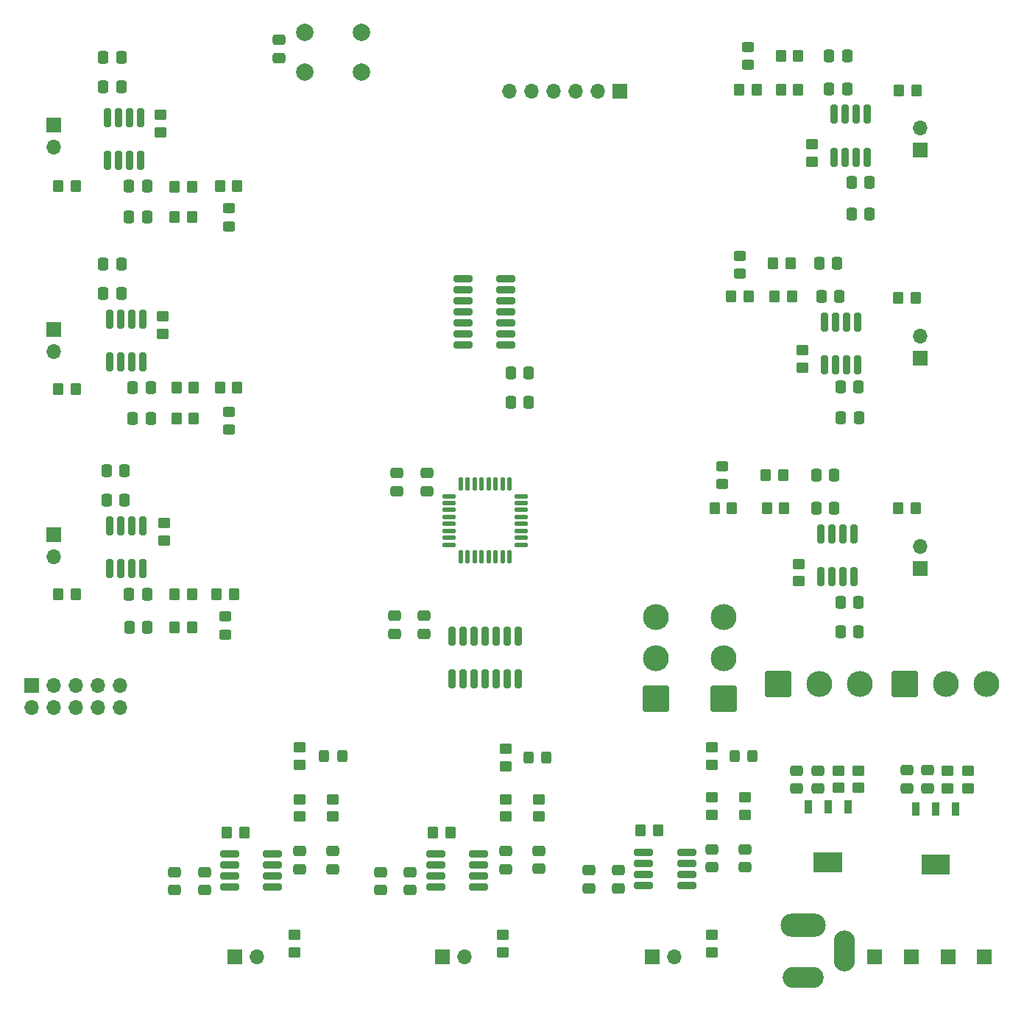
<source format=gbr>
%TF.GenerationSoftware,KiCad,Pcbnew,(6.0.11-0)*%
%TF.CreationDate,2023-11-18T02:56:02-06:00*%
%TF.ProjectId,ECE395_Digital_Target,45434533-3935-45f4-9469-676974616c5f,rev?*%
%TF.SameCoordinates,Original*%
%TF.FileFunction,Soldermask,Top*%
%TF.FilePolarity,Negative*%
%FSLAX46Y46*%
G04 Gerber Fmt 4.6, Leading zero omitted, Abs format (unit mm)*
G04 Created by KiCad (PCBNEW (6.0.11-0)) date 2023-11-18 02:56:02*
%MOMM*%
%LPD*%
G01*
G04 APERTURE LIST*
G04 Aperture macros list*
%AMRoundRect*
0 Rectangle with rounded corners*
0 $1 Rounding radius*
0 $2 $3 $4 $5 $6 $7 $8 $9 X,Y pos of 4 corners*
0 Add a 4 corners polygon primitive as box body*
4,1,4,$2,$3,$4,$5,$6,$7,$8,$9,$2,$3,0*
0 Add four circle primitives for the rounded corners*
1,1,$1+$1,$2,$3*
1,1,$1+$1,$4,$5*
1,1,$1+$1,$6,$7*
1,1,$1+$1,$8,$9*
0 Add four rect primitives between the rounded corners*
20,1,$1+$1,$2,$3,$4,$5,0*
20,1,$1+$1,$4,$5,$6,$7,0*
20,1,$1+$1,$6,$7,$8,$9,0*
20,1,$1+$1,$8,$9,$2,$3,0*%
G04 Aperture macros list end*
%ADD10R,1.700000X1.700000*%
%ADD11O,1.700000X1.700000*%
%ADD12RoundRect,0.250000X0.337500X0.475000X-0.337500X0.475000X-0.337500X-0.475000X0.337500X-0.475000X0*%
%ADD13RoundRect,0.250000X0.475000X-0.337500X0.475000X0.337500X-0.475000X0.337500X-0.475000X-0.337500X0*%
%ADD14RoundRect,0.250000X-0.450000X0.325000X-0.450000X-0.325000X0.450000X-0.325000X0.450000X0.325000X0*%
%ADD15RoundRect,0.250000X-0.337500X-0.475000X0.337500X-0.475000X0.337500X0.475000X-0.337500X0.475000X0*%
%ADD16RoundRect,0.144000X0.943000X0.258000X-0.943000X0.258000X-0.943000X-0.258000X0.943000X-0.258000X0*%
%ADD17RoundRect,0.144000X-0.258000X0.943000X-0.258000X-0.943000X0.258000X-0.943000X0.258000X0.943000X0*%
%ADD18RoundRect,0.102000X1.387500X-1.387500X1.387500X1.387500X-1.387500X1.387500X-1.387500X-1.387500X0*%
%ADD19C,2.979000*%
%ADD20RoundRect,0.250000X-0.350000X-0.450000X0.350000X-0.450000X0.350000X0.450000X-0.350000X0.450000X0*%
%ADD21O,5.204000X2.704000*%
%ADD22O,4.704000X2.454000*%
%ADD23O,2.454000X4.704000*%
%ADD24RoundRect,0.192000X-0.895000X-0.210000X0.895000X-0.210000X0.895000X0.210000X-0.895000X0.210000X0*%
%ADD25RoundRect,0.250000X0.450000X-0.350000X0.450000X0.350000X-0.450000X0.350000X-0.450000X-0.350000X0*%
%ADD26RoundRect,0.250000X0.350000X0.450000X-0.350000X0.450000X-0.350000X-0.450000X0.350000X-0.450000X0*%
%ADD27RoundRect,0.250000X-0.450000X0.350000X-0.450000X-0.350000X0.450000X-0.350000X0.450000X0.350000X0*%
%ADD28RoundRect,0.102000X1.387500X1.387500X-1.387500X1.387500X-1.387500X-1.387500X1.387500X-1.387500X0*%
%ADD29R,0.914400X1.600200*%
%ADD30RoundRect,0.192000X0.210000X-0.895000X0.210000X0.895000X-0.210000X0.895000X-0.210000X-0.895000X0*%
%ADD31RoundRect,0.250000X0.325000X0.450000X-0.325000X0.450000X-0.325000X-0.450000X0.325000X-0.450000X0*%
%ADD32RoundRect,0.125000X0.625000X0.125000X-0.625000X0.125000X-0.625000X-0.125000X0.625000X-0.125000X0*%
%ADD33RoundRect,0.125000X0.125000X0.625000X-0.125000X0.625000X-0.125000X-0.625000X0.125000X-0.625000X0*%
%ADD34RoundRect,0.250000X-0.475000X0.337500X-0.475000X-0.337500X0.475000X-0.337500X0.475000X0.337500X0*%
%ADD35RoundRect,0.250000X0.450000X-0.325000X0.450000X0.325000X-0.450000X0.325000X-0.450000X-0.325000X0*%
%ADD36C,2.000000*%
%ADD37RoundRect,0.144000X0.258000X-0.943000X0.258000X0.943000X-0.258000X0.943000X-0.258000X-0.943000X0*%
G04 APERTURE END LIST*
%TO.C,CR2*%
G36*
X161854100Y-131543400D02*
G01*
X158602900Y-131543400D01*
X158602900Y-129232000D01*
X161854100Y-129232000D01*
X161854100Y-131543400D01*
G37*
%TO.C,CR1*%
G36*
X149454100Y-131343400D02*
G01*
X146202900Y-131343400D01*
X146202900Y-129032000D01*
X149454100Y-129032000D01*
X149454100Y-131343400D01*
G37*
%TD*%
D10*
%TO.C,J5*%
X158400000Y-72100000D03*
D11*
X158400000Y-69560000D03*
%TD*%
D12*
%TO.C,C206*%
X151337500Y-103600000D03*
X149262500Y-103600000D03*
%TD*%
D13*
%TO.C,10uF4*%
X159250000Y-121637500D03*
X159250000Y-119562500D03*
%TD*%
D10*
%TO.C,S2*%
X123925000Y-41400000D03*
D11*
X121385000Y-41400000D03*
X118845000Y-41400000D03*
X116305000Y-41400000D03*
X113765000Y-41400000D03*
X111225000Y-41400000D03*
%TD*%
D14*
%TO.C,D6*%
X135700000Y-84575000D03*
X135700000Y-86625000D03*
%TD*%
D15*
%TO.C,C234*%
X147962500Y-41100000D03*
X150037500Y-41100000D03*
%TD*%
D12*
%TO.C,C232*%
X69937500Y-75500000D03*
X67862500Y-75500000D03*
%TD*%
D16*
%TO.C,OP9*%
X131570000Y-132805000D03*
X131570000Y-131535000D03*
X131570000Y-130265000D03*
X131570000Y-128995000D03*
X126630000Y-128995000D03*
X126630000Y-130265000D03*
X126630000Y-131535000D03*
X126630000Y-132805000D03*
%TD*%
D17*
%TO.C,OP4*%
X152305000Y-44030000D03*
X151035000Y-44030000D03*
X149765000Y-44030000D03*
X148495000Y-44030000D03*
X148495000Y-48970000D03*
X149765000Y-48970000D03*
X151035000Y-48970000D03*
X152305000Y-48970000D03*
%TD*%
D18*
%TO.C,S63*%
X156700000Y-109600000D03*
D19*
X161400000Y-109600000D03*
X166100000Y-109600000D03*
%TD*%
D17*
%TO.C,OP6*%
X150805000Y-92330000D03*
X149535000Y-92330000D03*
X148265000Y-92330000D03*
X146995000Y-92330000D03*
X146995000Y-97270000D03*
X148265000Y-97270000D03*
X149535000Y-97270000D03*
X150805000Y-97270000D03*
%TD*%
D15*
%TO.C,C212*%
X64462500Y-64700000D03*
X66537500Y-64700000D03*
%TD*%
D13*
%TO.C,10uF1*%
X144200000Y-121687500D03*
X144200000Y-119612500D03*
%TD*%
D15*
%TO.C,C235*%
X147062500Y-65000000D03*
X149137500Y-65000000D03*
%TD*%
D20*
%TO.C,R4*%
X137600000Y-41200000D03*
X139600000Y-41200000D03*
%TD*%
D21*
%TO.C,J0*%
X145000000Y-137387500D03*
D22*
X145000000Y-143387500D03*
D23*
X149700000Y-140387500D03*
%TD*%
D13*
%TO.C,C218*%
X99800000Y-133375000D03*
X99800000Y-131300000D03*
%TD*%
D24*
%TO.C,NOT1*%
X105825000Y-62990000D03*
X105825000Y-64260000D03*
X105825000Y-65530000D03*
X105825000Y-66800000D03*
X105825000Y-68070000D03*
X105825000Y-69340000D03*
X105825000Y-70610000D03*
X110775000Y-70610000D03*
X110775000Y-69340000D03*
X110775000Y-68070000D03*
X110775000Y-66800000D03*
X110775000Y-65530000D03*
X110775000Y-64260000D03*
X110775000Y-62990000D03*
%TD*%
D12*
%TO.C,C205*%
X151375000Y-79000000D03*
X149300000Y-79000000D03*
%TD*%
D25*
%TO.C,R22*%
X71300000Y-69300000D03*
X71300000Y-67300000D03*
%TD*%
D26*
%TO.C,R35*%
X157900000Y-65200000D03*
X155900000Y-65200000D03*
%TD*%
%TO.C,R29*%
X128300000Y-126500000D03*
X126300000Y-126500000D03*
%TD*%
D20*
%TO.C,R11*%
X72700000Y-52380000D03*
X74700000Y-52380000D03*
%TD*%
D12*
%TO.C,C215*%
X151337500Y-75400000D03*
X149262500Y-75400000D03*
%TD*%
%TO.C,C204*%
X152637500Y-55500000D03*
X150562500Y-55500000D03*
%TD*%
D20*
%TO.C,R33*%
X59300000Y-99300000D03*
X61300000Y-99300000D03*
%TD*%
D13*
%TO.C,C241*%
X98000000Y-103837500D03*
X98000000Y-101762500D03*
%TD*%
D25*
%TO.C,R21*%
X71100000Y-46100000D03*
X71100000Y-44100000D03*
%TD*%
D27*
%TO.C,R24*%
X146000000Y-47500000D03*
X146000000Y-49500000D03*
%TD*%
D20*
%TO.C,R5*%
X136700000Y-65000000D03*
X138700000Y-65000000D03*
%TD*%
D27*
%TO.C,R25*%
X144900000Y-71200000D03*
X144900000Y-73200000D03*
%TD*%
D15*
%TO.C,C203*%
X64862500Y-85100000D03*
X66937500Y-85100000D03*
%TD*%
D20*
%TO.C,R13*%
X72700000Y-99300000D03*
X74700000Y-99300000D03*
%TD*%
D16*
%TO.C,OP8*%
X107670000Y-133005000D03*
X107670000Y-131735000D03*
X107670000Y-130465000D03*
X107670000Y-129195000D03*
X102730000Y-129195000D03*
X102730000Y-130465000D03*
X102730000Y-131735000D03*
X102730000Y-133005000D03*
%TD*%
D15*
%TO.C,C225*%
X146825000Y-61200000D03*
X148900000Y-61200000D03*
%TD*%
D12*
%TO.C,C214*%
X152637500Y-51900000D03*
X150562500Y-51900000D03*
%TD*%
%TO.C,C233*%
X69537500Y-99300000D03*
X67462500Y-99300000D03*
%TD*%
D25*
%TO.C,R101*%
X161600000Y-121650000D03*
X161600000Y-119650000D03*
%TD*%
D13*
%TO.C,C217*%
X76100000Y-131262500D03*
X76100000Y-133337500D03*
%TD*%
%TO.C,C208*%
X96400000Y-133337500D03*
X96400000Y-131262500D03*
%TD*%
D15*
%TO.C,C211*%
X64462500Y-40900000D03*
X66537500Y-40900000D03*
%TD*%
D25*
%TO.C,R9*%
X134500000Y-118900000D03*
X134500000Y-116900000D03*
%TD*%
D15*
%TO.C,C224*%
X147962500Y-37300000D03*
X150037500Y-37300000D03*
%TD*%
D25*
%TO.C,R49*%
X138300000Y-124700000D03*
X138300000Y-122700000D03*
%TD*%
D15*
%TO.C,C202*%
X64462500Y-61300000D03*
X66537500Y-61300000D03*
%TD*%
D10*
%TO.C,J1*%
X58800000Y-45300000D03*
D11*
X58800000Y-47840000D03*
%TD*%
D10*
%TO.C,J7*%
X79600000Y-141000000D03*
D11*
X82140000Y-141000000D03*
%TD*%
D28*
%TO.C,S550*%
X135852500Y-111350000D03*
D19*
X135852500Y-106650000D03*
X135852500Y-101950000D03*
%TD*%
D15*
%TO.C,C236*%
X146462500Y-89400000D03*
X148537500Y-89400000D03*
%TD*%
D29*
%TO.C,CR2*%
X162528500Y-123986900D03*
X160228500Y-123986900D03*
X157928500Y-123986900D03*
%TD*%
D13*
%TO.C,C207*%
X72700000Y-131262500D03*
X72700000Y-133337500D03*
%TD*%
D20*
%TO.C,R42*%
X72900000Y-79100000D03*
X74900000Y-79100000D03*
%TD*%
D25*
%TO.C,R18*%
X110800000Y-124900000D03*
X110800000Y-122900000D03*
%TD*%
D10*
%TO.C,J4*%
X158400000Y-48200000D03*
D11*
X158400000Y-45660000D03*
%TD*%
D13*
%TO.C,C300*%
X84700000Y-37537500D03*
X84700000Y-35462500D03*
%TD*%
D26*
%TO.C,R27*%
X80700000Y-126700000D03*
X78700000Y-126700000D03*
%TD*%
D14*
%TO.C,D5*%
X137700000Y-60375000D03*
X137700000Y-62425000D03*
%TD*%
D12*
%TO.C,C223*%
X69575000Y-103100000D03*
X67500000Y-103100000D03*
%TD*%
D30*
%TO.C,NOT2*%
X104590000Y-109075000D03*
X105860000Y-109075000D03*
X107130000Y-109075000D03*
X108400000Y-109075000D03*
X109670000Y-109075000D03*
X110940000Y-109075000D03*
X112210000Y-109075000D03*
X112210000Y-104125000D03*
X110940000Y-104125000D03*
X109670000Y-104125000D03*
X108400000Y-104125000D03*
X107130000Y-104125000D03*
X105860000Y-104125000D03*
X104590000Y-104125000D03*
%TD*%
D12*
%TO.C,C216*%
X151337500Y-100200000D03*
X149262500Y-100200000D03*
%TD*%
D20*
%TO.C,R6*%
X134800000Y-89400000D03*
X136800000Y-89400000D03*
%TD*%
D15*
%TO.C,C213*%
X64862500Y-88500000D03*
X66937500Y-88500000D03*
%TD*%
%TO.C,C226*%
X146462500Y-85600000D03*
X148537500Y-85600000D03*
%TD*%
D12*
%TO.C,C221*%
X69537500Y-55900000D03*
X67462500Y-55900000D03*
%TD*%
D26*
%TO.C,R46*%
X142700000Y-85600000D03*
X140700000Y-85600000D03*
%TD*%
D10*
%TO.C,S1*%
X56260000Y-109800000D03*
D11*
X56260000Y-112340000D03*
X58800000Y-109800000D03*
X58800000Y-112340000D03*
X61340000Y-109800000D03*
X61340000Y-112340000D03*
X63880000Y-109800000D03*
X63880000Y-112340000D03*
X66420000Y-109800000D03*
X66420000Y-112340000D03*
%TD*%
D18*
%TO.C,S65*%
X142100000Y-109600000D03*
D19*
X146800000Y-109600000D03*
X151500000Y-109600000D03*
%TD*%
D25*
%TO.C,R7*%
X87100000Y-118900000D03*
X87100000Y-116900000D03*
%TD*%
D14*
%TO.C,D4*%
X138600000Y-36275000D03*
X138600000Y-38325000D03*
%TD*%
D10*
%TO.C,J9*%
X127600000Y-141000000D03*
D11*
X130140000Y-141000000D03*
%TD*%
D16*
%TO.C,OP7*%
X83970000Y-133005000D03*
X83970000Y-131735000D03*
X83970000Y-130465000D03*
X83970000Y-129195000D03*
X79030000Y-129195000D03*
X79030000Y-130465000D03*
X79030000Y-131735000D03*
X79030000Y-133005000D03*
%TD*%
D20*
%TO.C,R43*%
X72700000Y-103100000D03*
X74700000Y-103100000D03*
%TD*%
%TO.C,R14*%
X142400000Y-41200000D03*
X144400000Y-41200000D03*
%TD*%
D31*
%TO.C,D7*%
X91950000Y-117900000D03*
X89900000Y-117900000D03*
%TD*%
D20*
%TO.C,R31*%
X59300000Y-52300000D03*
X61300000Y-52300000D03*
%TD*%
D25*
%TO.C,R48*%
X114600000Y-124900000D03*
X114600000Y-122900000D03*
%TD*%
D32*
%TO.C,U1*%
X112575000Y-93600000D03*
X112575000Y-92800000D03*
X112575000Y-92000000D03*
X112575000Y-91200000D03*
X112575000Y-90400000D03*
X112575000Y-89600000D03*
X112575000Y-88800000D03*
X112575000Y-88000000D03*
D33*
X111200000Y-86625000D03*
X110400000Y-86625000D03*
X109600000Y-86625000D03*
X108800000Y-86625000D03*
X108000000Y-86625000D03*
X107200000Y-86625000D03*
X106400000Y-86625000D03*
X105600000Y-86625000D03*
D32*
X104225000Y-88000000D03*
X104225000Y-88800000D03*
X104225000Y-89600000D03*
X104225000Y-90400000D03*
X104225000Y-91200000D03*
X104225000Y-92000000D03*
X104225000Y-92800000D03*
X104225000Y-93600000D03*
D33*
X105600000Y-94975000D03*
X106400000Y-94975000D03*
X107200000Y-94975000D03*
X108000000Y-94975000D03*
X108800000Y-94975000D03*
X109600000Y-94975000D03*
X110400000Y-94975000D03*
X111200000Y-94975000D03*
%TD*%
D34*
%TO.C,C229*%
X138300000Y-128662500D03*
X138300000Y-130737500D03*
%TD*%
D15*
%TO.C,C250*%
X111325000Y-77200000D03*
X113400000Y-77200000D03*
%TD*%
D13*
%TO.C,C219*%
X123700000Y-133137500D03*
X123700000Y-131062500D03*
%TD*%
D28*
%TO.C,S350*%
X128052500Y-111350000D03*
D19*
X128052500Y-106650000D03*
X128052500Y-101950000D03*
%TD*%
D25*
%TO.C,R39*%
X134500000Y-140500000D03*
X134500000Y-138500000D03*
%TD*%
D20*
%TO.C,R16*%
X140800000Y-89400000D03*
X142800000Y-89400000D03*
%TD*%
D15*
%TO.C,C201*%
X64462500Y-37500000D03*
X66537500Y-37500000D03*
%TD*%
D34*
%TO.C,C242*%
X98200000Y-85362500D03*
X98200000Y-87437500D03*
%TD*%
%TO.C,C237*%
X87100000Y-128862500D03*
X87100000Y-130937500D03*
%TD*%
D31*
%TO.C,D9*%
X139125000Y-117900000D03*
X137075000Y-117900000D03*
%TD*%
D20*
%TO.C,R12*%
X72900000Y-75500000D03*
X74900000Y-75500000D03*
%TD*%
D10*
%TO.C,J166*%
X157425000Y-141000000D03*
%TD*%
D20*
%TO.C,R2*%
X77900000Y-75500000D03*
X79900000Y-75500000D03*
%TD*%
D10*
%TO.C,J6*%
X158400000Y-96300000D03*
D11*
X158400000Y-93760000D03*
%TD*%
D13*
%TO.C,10uF2*%
X156950000Y-121637500D03*
X156950000Y-119562500D03*
%TD*%
D25*
%TO.C,R23*%
X71500000Y-93100000D03*
X71500000Y-91100000D03*
%TD*%
D20*
%TO.C,R1*%
X77900000Y-52300000D03*
X79900000Y-52300000D03*
%TD*%
D25*
%TO.C,R17*%
X87100000Y-124900000D03*
X87100000Y-122900000D03*
%TD*%
D20*
%TO.C,R41*%
X72700000Y-55900000D03*
X74700000Y-55900000D03*
%TD*%
D10*
%TO.C,J8*%
X103500000Y-141000000D03*
D11*
X106040000Y-141000000D03*
%TD*%
D35*
%TO.C,D2*%
X78900000Y-80325000D03*
X78900000Y-78275000D03*
%TD*%
D34*
%TO.C,C238*%
X110800000Y-128862500D03*
X110800000Y-130937500D03*
%TD*%
D13*
%TO.C,C251*%
X101400000Y-103837500D03*
X101400000Y-101762500D03*
%TD*%
D20*
%TO.C,R3*%
X77500000Y-99300000D03*
X79500000Y-99300000D03*
%TD*%
D36*
%TO.C,SW1*%
X87650000Y-34650000D03*
X94150000Y-34650000D03*
X94150000Y-39150000D03*
X87650000Y-39150000D03*
%TD*%
D12*
%TO.C,C222*%
X69937500Y-79100000D03*
X67862500Y-79100000D03*
%TD*%
D13*
%TO.C,10uF3*%
X146650000Y-121687500D03*
X146650000Y-119612500D03*
%TD*%
D25*
%TO.C,R47*%
X90900000Y-124900000D03*
X90900000Y-122900000D03*
%TD*%
D26*
%TO.C,R44*%
X144400000Y-37300000D03*
X142400000Y-37300000D03*
%TD*%
D37*
%TO.C,OP2*%
X65195000Y-72570000D03*
X66465000Y-72570000D03*
X67735000Y-72570000D03*
X69005000Y-72570000D03*
X69005000Y-67630000D03*
X67735000Y-67630000D03*
X66465000Y-67630000D03*
X65195000Y-67630000D03*
%TD*%
D20*
%TO.C,R32*%
X59300000Y-75700000D03*
X61300000Y-75700000D03*
%TD*%
D29*
%TO.C,CR1*%
X150128500Y-123786900D03*
X147828500Y-123786900D03*
X145528500Y-123786900D03*
%TD*%
D34*
%TO.C,C239*%
X134500000Y-128662500D03*
X134500000Y-130737500D03*
%TD*%
D25*
%TO.C,R37*%
X86500000Y-140500000D03*
X86500000Y-138500000D03*
%TD*%
D13*
%TO.C,C209*%
X120300000Y-133137500D03*
X120300000Y-131062500D03*
%TD*%
D34*
%TO.C,C228*%
X114600000Y-128825000D03*
X114600000Y-130900000D03*
%TD*%
D25*
%TO.C,R19*%
X134500000Y-124700000D03*
X134500000Y-122700000D03*
%TD*%
D34*
%TO.C,C252*%
X101725000Y-85362500D03*
X101725000Y-87437500D03*
%TD*%
%TO.C,C227*%
X90900000Y-128862500D03*
X90900000Y-130937500D03*
%TD*%
D25*
%TO.C,R8*%
X110800000Y-119100000D03*
X110800000Y-117100000D03*
%TD*%
D20*
%TO.C,R15*%
X141700000Y-65000000D03*
X143700000Y-65000000D03*
%TD*%
D31*
%TO.C,D8*%
X115425000Y-118100000D03*
X113375000Y-118100000D03*
%TD*%
D25*
%TO.C,R100*%
X149000000Y-121600000D03*
X149000000Y-119600000D03*
%TD*%
D35*
%TO.C,D3*%
X78500000Y-103925000D03*
X78500000Y-101875000D03*
%TD*%
D37*
%TO.C,OP1*%
X64995000Y-49370000D03*
X66265000Y-49370000D03*
X67535000Y-49370000D03*
X68805000Y-49370000D03*
X68805000Y-44430000D03*
X67535000Y-44430000D03*
X66265000Y-44430000D03*
X64995000Y-44430000D03*
%TD*%
D10*
%TO.C,J3*%
X58800000Y-92400000D03*
D11*
X58800000Y-94940000D03*
%TD*%
D26*
%TO.C,R36*%
X157900000Y-89400000D03*
X155900000Y-89400000D03*
%TD*%
D12*
%TO.C,C231*%
X69537500Y-52300000D03*
X67462500Y-52300000D03*
%TD*%
D26*
%TO.C,R28*%
X104400000Y-126700000D03*
X102400000Y-126700000D03*
%TD*%
D27*
%TO.C,R26*%
X144500000Y-95800000D03*
X144500000Y-97800000D03*
%TD*%
D10*
%TO.C,J112*%
X153225000Y-141000000D03*
%TD*%
D11*
%TO.C,J2*%
X58800000Y-71340000D03*
D10*
X58800000Y-68800000D03*
%TD*%
D15*
%TO.C,C240*%
X111325000Y-73800000D03*
X113400000Y-73800000D03*
%TD*%
D17*
%TO.C,OP5*%
X151205000Y-67930000D03*
X149935000Y-67930000D03*
X148665000Y-67930000D03*
X147395000Y-67930000D03*
X147395000Y-72870000D03*
X148665000Y-72870000D03*
X149935000Y-72870000D03*
X151205000Y-72870000D03*
%TD*%
D25*
%TO.C,R38*%
X110400000Y-140500000D03*
X110400000Y-138500000D03*
%TD*%
D26*
%TO.C,R45*%
X143500000Y-61200000D03*
X141500000Y-61200000D03*
%TD*%
D35*
%TO.C,D1*%
X78900000Y-56925000D03*
X78900000Y-54875000D03*
%TD*%
D25*
%TO.C,R103*%
X163900000Y-121650000D03*
X163900000Y-119650000D03*
%TD*%
%TO.C,R102*%
X151300000Y-121600000D03*
X151300000Y-119600000D03*
%TD*%
D10*
%TO.C,J133*%
X165825000Y-141000000D03*
%TD*%
D26*
%TO.C,R34*%
X158000000Y-41300000D03*
X156000000Y-41300000D03*
%TD*%
D10*
%TO.C,J999*%
X161625000Y-141000000D03*
%TD*%
D37*
%TO.C,OP3*%
X65195000Y-96370000D03*
X66465000Y-96370000D03*
X67735000Y-96370000D03*
X69005000Y-96370000D03*
X69005000Y-91430000D03*
X67735000Y-91430000D03*
X66465000Y-91430000D03*
X65195000Y-91430000D03*
%TD*%
M02*

</source>
